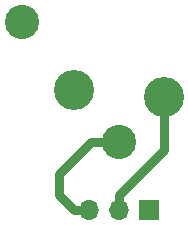
<source format=gbl>
%TF.GenerationSoftware,KiCad,Pcbnew,(5.1.12-1-10_14)*%
%TF.CreationDate,2021-12-10T03:56:51-06:00*%
%TF.ProjectId,xlr_breakout_board,786c725f-6272-4656-916b-6f75745f626f,0.0.1*%
%TF.SameCoordinates,Original*%
%TF.FileFunction,Copper,L2,Bot*%
%TF.FilePolarity,Positive*%
%FSLAX46Y46*%
G04 Gerber Fmt 4.6, Leading zero omitted, Abs format (unit mm)*
G04 Created by KiCad (PCBNEW (5.1.12-1-10_14)) date 2021-12-10 03:56:51*
%MOMM*%
%LPD*%
G01*
G04 APERTURE LIST*
%TA.AperFunction,ComponentPad*%
%ADD10C,2.900000*%
%TD*%
%TA.AperFunction,ComponentPad*%
%ADD11C,3.400000*%
%TD*%
%TA.AperFunction,ComponentPad*%
%ADD12O,1.700000X1.700000*%
%TD*%
%TA.AperFunction,ComponentPad*%
%ADD13R,1.700000X1.700000*%
%TD*%
%TA.AperFunction,Conductor*%
%ADD14C,0.762000*%
%TD*%
G04 APERTURE END LIST*
D10*
%TO.P,J1,G*%
%TO.N,N/C*%
X-8250000Y15880000D03*
%TO.P,J1,3*%
%TO.N,/XLR-*%
X0Y5710000D03*
D11*
%TO.P,J1,2*%
%TO.N,/XLR+*%
X3810000Y9525000D03*
%TO.P,J1,1*%
%TO.N,Net-(J1-Pad1)*%
X-3810000Y10160000D03*
%TD*%
D12*
%TO.P,J2,3*%
%TO.N,/XLR-*%
X-2540000Y0D03*
%TO.P,J2,2*%
%TO.N,/XLR+*%
X0Y0D03*
D13*
%TO.P,J2,1*%
%TO.N,Net-(J1-Pad1)*%
X2540000Y0D03*
%TD*%
D14*
%TO.N,/XLR-*%
X-5080000Y3048000D02*
X-2418000Y5710000D01*
X-2418000Y5710000D02*
X0Y5710000D01*
X-5080000Y1270000D02*
X-5080000Y3048000D01*
X-3810000Y0D02*
X-5080000Y1270000D01*
X-2540000Y0D02*
X-3810000Y0D01*
%TO.N,/XLR+*%
X0Y1270000D02*
X3810000Y5080000D01*
X3810000Y5080000D02*
X3810000Y9525000D01*
X0Y0D02*
X0Y1270000D01*
%TD*%
M02*

</source>
